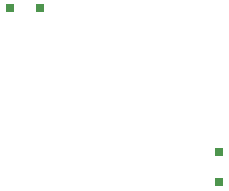
<source format=gbp>
G04*
G04 #@! TF.GenerationSoftware,Altium Limited,Altium Designer,21.6.4 (81)*
G04*
G04 Layer_Color=128*
%FSLAX25Y25*%
%MOIN*%
G70*
G04*
G04 #@! TF.SameCoordinates,DCC330B1-B26A-4D2F-83E0-9CF8D3C12DAD*
G04*
G04*
G04 #@! TF.FilePolarity,Positive*
G04*
G01*
G75*
%ADD96R,0.02953X0.02953*%
%ADD97R,0.02953X0.02953*%
%ADD98R,0.02953X0.02953*%
D96*
X307027Y173237D02*
D03*
Y183237D02*
D03*
D97*
X247300Y231100D02*
D03*
D98*
X237300D02*
D03*
M02*

</source>
